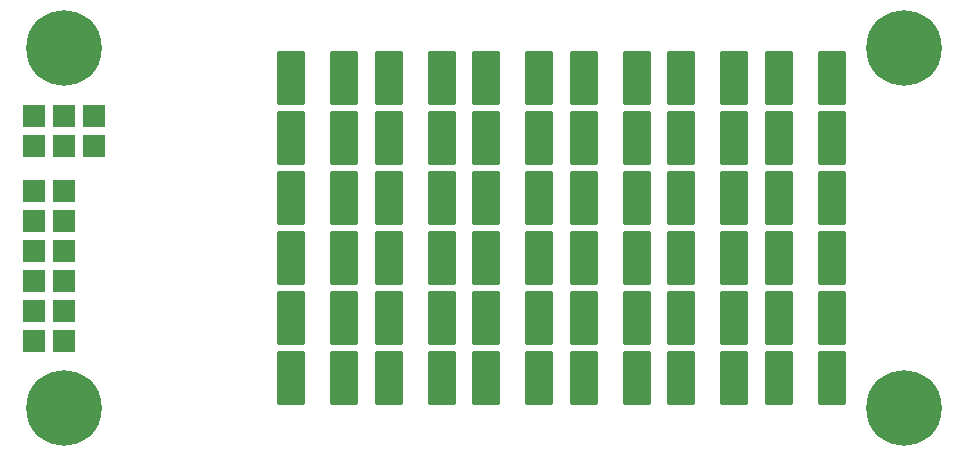
<source format=gbr>
%TF.GenerationSoftware,KiCad,Pcbnew,7.0.9-7.0.9~ubuntu23.04.1*%
%TF.CreationDate,2023-11-27T17:45:01+00:00*%
%TF.ProjectId,PCRD03,50435244-3033-42e6-9b69-6361645f7063,rev?*%
%TF.SameCoordinates,Original*%
%TF.FileFunction,Soldermask,Top*%
%TF.FilePolarity,Negative*%
%FSLAX46Y46*%
G04 Gerber Fmt 4.6, Leading zero omitted, Abs format (unit mm)*
G04 Created by KiCad (PCBNEW 7.0.9-7.0.9~ubuntu23.04.1) date 2023-11-27 17:45:01*
%MOMM*%
%LPD*%
G01*
G04 APERTURE LIST*
G04 Aperture macros list*
%AMRoundRect*
0 Rectangle with rounded corners*
0 $1 Rounding radius*
0 $2 $3 $4 $5 $6 $7 $8 $9 X,Y pos of 4 corners*
0 Add a 4 corners polygon primitive as box body*
4,1,4,$2,$3,$4,$5,$6,$7,$8,$9,$2,$3,0*
0 Add four circle primitives for the rounded corners*
1,1,$1+$1,$2,$3*
1,1,$1+$1,$4,$5*
1,1,$1+$1,$6,$7*
1,1,$1+$1,$8,$9*
0 Add four rect primitives between the rounded corners*
20,1,$1+$1,$2,$3,$4,$5,0*
20,1,$1+$1,$4,$5,$6,$7,0*
20,1,$1+$1,$6,$7,$8,$9,0*
20,1,$1+$1,$8,$9,$2,$3,0*%
G04 Aperture macros list end*
%ADD10RoundRect,0.200000X-0.762000X0.762000X-0.762000X-0.762000X0.762000X-0.762000X0.762000X0.762000X0*%
%ADD11C,6.400000*%
%ADD12RoundRect,0.200000X-1.000000X-2.100000X1.000000X-2.100000X1.000000X2.100000X-1.000000X2.100000X0*%
%ADD13RoundRect,0.200000X-0.762000X-0.762000X0.762000X-0.762000X0.762000X0.762000X-0.762000X0.762000X0*%
G04 APERTURE END LIST*
D10*
%TO.C,J1*%
X48260000Y-41275000D03*
X48260000Y-43815000D03*
X45720000Y-41275000D03*
X45720000Y-43815000D03*
X43180000Y-41275000D03*
X43180000Y-43815000D03*
%TD*%
D11*
%TO.C,M1*%
X116840000Y-66040000D03*
%TD*%
%TO.C,M2*%
X116840000Y-35560000D03*
%TD*%
%TO.C,M3*%
X45720000Y-35560000D03*
%TD*%
%TO.C,M4*%
X45720000Y-66040000D03*
%TD*%
D12*
%TO.C,D6*%
X69433000Y-43180000D03*
X64933000Y-43180000D03*
%TD*%
%TO.C,D7*%
X69433000Y-38100000D03*
X64933000Y-38100000D03*
%TD*%
%TO.C,D8*%
X69433000Y-53340000D03*
X64933000Y-53340000D03*
%TD*%
%TO.C,D9*%
X69433000Y-63500000D03*
X64933000Y-63500000D03*
%TD*%
%TO.C,D10*%
X69433000Y-48260000D03*
X64933000Y-48260000D03*
%TD*%
%TO.C,D11*%
X69433000Y-58420000D03*
X64933000Y-58420000D03*
%TD*%
%TO.C,D12*%
X77688000Y-38100000D03*
X73188000Y-38100000D03*
%TD*%
%TO.C,D13*%
X77688000Y-43180000D03*
X73188000Y-43180000D03*
%TD*%
%TO.C,D14*%
X77688000Y-48260000D03*
X73188000Y-48260000D03*
%TD*%
%TO.C,D15*%
X77688000Y-63500000D03*
X73188000Y-63500000D03*
%TD*%
%TO.C,D16*%
X77688000Y-53340000D03*
X73188000Y-53340000D03*
%TD*%
%TO.C,D17*%
X77688000Y-58420000D03*
X73188000Y-58420000D03*
%TD*%
%TO.C,D18*%
X85943000Y-38100000D03*
X81443000Y-38100000D03*
%TD*%
%TO.C,D19*%
X85943000Y-43180000D03*
X81443000Y-43180000D03*
%TD*%
%TO.C,D20*%
X85943000Y-48260000D03*
X81443000Y-48260000D03*
%TD*%
%TO.C,D21*%
X85943000Y-63500000D03*
X81443000Y-63500000D03*
%TD*%
%TO.C,D22*%
X85943000Y-53340000D03*
X81443000Y-53340000D03*
%TD*%
%TO.C,D23*%
X85943000Y-58420000D03*
X81443000Y-58420000D03*
%TD*%
%TO.C,D24*%
X94198000Y-58420000D03*
X89698000Y-58420000D03*
%TD*%
%TO.C,D25*%
X94198000Y-53340000D03*
X89698000Y-53340000D03*
%TD*%
%TO.C,D26*%
X94198000Y-43180000D03*
X89698000Y-43180000D03*
%TD*%
%TO.C,D27*%
X94198000Y-63500000D03*
X89698000Y-63500000D03*
%TD*%
%TO.C,D28*%
X94198000Y-48260000D03*
X89698000Y-48260000D03*
%TD*%
%TO.C,D29*%
X94198000Y-38100000D03*
X89698000Y-38100000D03*
%TD*%
%TO.C,D30*%
X102453000Y-58420000D03*
X97953000Y-58420000D03*
%TD*%
%TO.C,D31*%
X102453000Y-53340000D03*
X97953000Y-53340000D03*
%TD*%
%TO.C,D32*%
X102453000Y-63500000D03*
X97953000Y-63500000D03*
%TD*%
%TO.C,D33*%
X102453000Y-43180000D03*
X97953000Y-43180000D03*
%TD*%
%TO.C,D34*%
X102453000Y-48260000D03*
X97953000Y-48260000D03*
%TD*%
%TO.C,D35*%
X102453000Y-38100000D03*
X97953000Y-38100000D03*
%TD*%
%TO.C,D36*%
X110708000Y-38100000D03*
X106208000Y-38100000D03*
%TD*%
%TO.C,D37*%
X110708000Y-43180000D03*
X106208000Y-43180000D03*
%TD*%
%TO.C,D38*%
X110708000Y-48260000D03*
X106208000Y-48260000D03*
%TD*%
%TO.C,D39*%
X110708000Y-53340000D03*
X106208000Y-53340000D03*
%TD*%
%TO.C,D40*%
X110708000Y-58420000D03*
X106208000Y-58420000D03*
%TD*%
%TO.C,D41*%
X110708000Y-63500000D03*
X106208000Y-63500000D03*
%TD*%
D13*
%TO.C,J2*%
X43180000Y-47625000D03*
X45720000Y-47625000D03*
X43180000Y-50165000D03*
X45720000Y-50165000D03*
X43180000Y-52705000D03*
X45720000Y-52705000D03*
X43180000Y-55245000D03*
X45720000Y-55245000D03*
X43180000Y-57785000D03*
X45720000Y-57785000D03*
X43180000Y-60325000D03*
X45720000Y-60325000D03*
%TD*%
M02*

</source>
